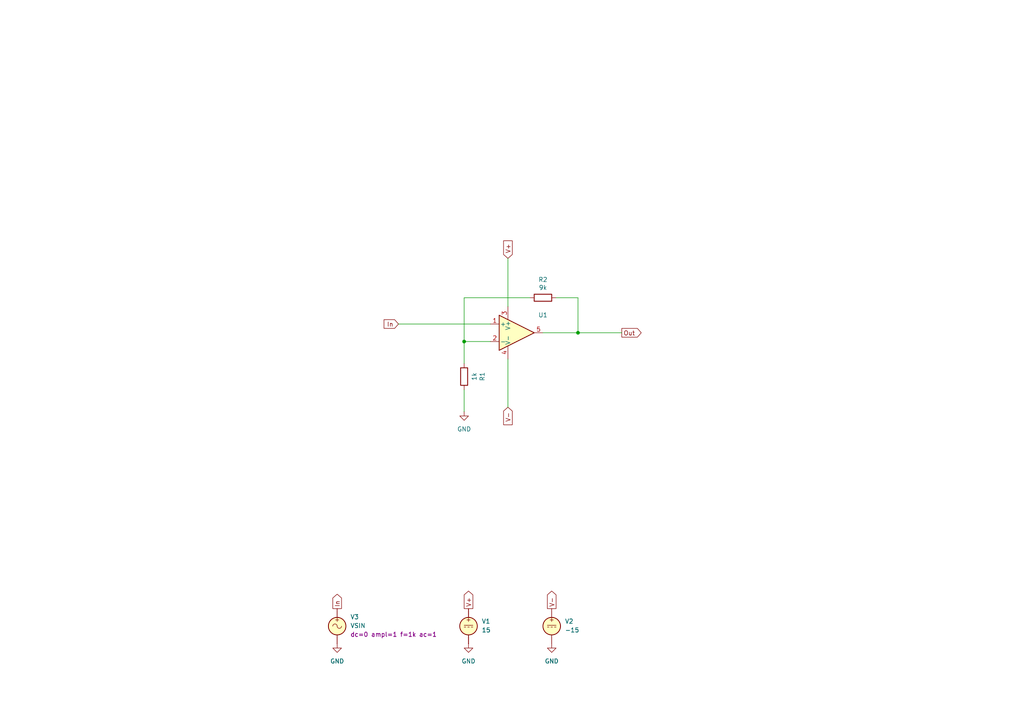
<source format=kicad_sch>
(kicad_sch (version 20250114) (generator "eeschema") (generator_version "9.0")
  (paper "A4")
  (title_block (title "OPamp, noninverting") (date "2025-09-13") (company "GitHub/OJStuff"))
  (lib_symbols
    (symbol "Device:R" (pin_numbers (hide yes)) (pin_names (offset 0))
      (property "Reference" "R" (at 2.032 0 90))
      (property "Value" "R" (at 0 0 90))
      (symbol "R_0_1"
        (rectangle (start -1.016 -2.54) (end 1.016 2.54) (stroke (width 0.254)))
      )
      (symbol "R_1_1"
        (pin passive line (at 0 3.81 270) (length 1.27) (name "~") (number "1"))
        (pin passive line (at 0 -3.81 90) (length 1.27) (name "~") (number "2"))
      )
    )
    (symbol "GND_1" (power) (pin_numbers (hide yes)) (pin_names (offset 0) (hide yes))
      (property "Value" "GND" (at 0 -3.81 0))
      (symbol "GND_1_0_1"
        (polyline (pts (xy 0 0) (xy 0 -1.27) (xy 1.27 -1.27) (xy 0 -2.54) (xy -1.27 -1.27) (xy 0 -1.27)))
      )
      (symbol "GND_1_1_1"
        (pin power_in line (at 0 0 270) (length 0) (name "~") (number "1"))
      )
    )
    (symbol "Simulation_SPICE:OPAMP" (pin_names (offset 0.254))
      (property "Reference" "U" (at 3.81 3.175 0))
      (property "Value" "${SIM.PARAMS}" (at 3.81 -3.175 0))
      (symbol "OPAMP_0_1"
        (polyline (pts (xy 5.08 0) (xy -5.08 5.08) (xy -5.08 -5.08) (xy 5.08 0)) (stroke (width 0.254)) (fill (type background)))
      )
      (symbol "OPAMP_1_1"
        (pin input line (at -7.62 2.54 0) (length 2.54) (name "+") (number "1"))
        (pin input line (at -7.62 -2.54 0) (length 2.54) (name "-") (number "2"))
        (pin power_in line (at -2.54 7.62 270) (length 3.81) (name "V+") (number "3"))
        (pin power_in line (at -2.54 -7.62 90) (length 3.81) (name "V-") (number "4"))
        (pin output line (at 7.62 0 180) (length 2.54) (name "~") (number "5"))
      )
    )
    (symbol "VDC_1" (pin_numbers (hide yes)) (pin_names (offset 0.0254))
      (property "Reference" "V" (at 2.54 2.54 0))
      (property "Value" "1" (at 2.54 0 0))
      (symbol "VDC_1_0_0"
        (polyline (pts (xy -1.27 0.254) (xy 1.27 0.254)))
        (polyline (pts (xy -0.762 -0.254) (xy -1.27 -0.254)))
        (polyline (pts (xy 0.254 -0.254) (xy -0.254 -0.254)))
        (polyline (pts (xy 1.27 -0.254) (xy 0.762 -0.254)))
        (text "+" (at 0 1.905 0) (effects (font (size 1.27 1.27))))
      )
      (symbol "VDC_1_0_1"
        (circle (center 0 0) (radius 2.54) (stroke (width 0.254)) (fill (type background)))
      )
      (symbol "VDC_1_1_1"
        (pin passive line (at 0 5.08 270) (length 2.54) (name "~") (number "1"))
        (pin passive line (at 0 -5.08 90) (length 2.54) (name "~") (number "2"))
      )
    )
    (symbol "VSIN_1" (pin_numbers (hide yes)) (pin_names (offset 0.0254))
      (property "Reference" "V" (at 2.54 2.54 0))
      (property "Value" "VSIN" (at 2.54 0 0))
      (property "Sim.Params" "dc=0 ampl=1 f=1k ac=1" (at 2.54 -2.54 0))
      (symbol "VSIN_1_0_0"
        (arc (start -1.27 0) (mid -0.635 0.6323) (end 0 0))
        (arc (start 1.27 0) (mid 0.635 -0.6323) (end 0 0))
        (text "+" (at 0 1.905 0) (effects (font (size 1.27 1.27))))
      )
      (symbol "VSIN_1_0_1"
        (circle (center 0 0) (radius 2.54) (stroke (width 0.254)) (fill (type background)))
      )
      (symbol "VSIN_1_1_1"
        (pin passive line (at 0 5.08 270) (length 2.54) (name "~") (number "1"))
        (pin passive line (at 0 -5.08 90) (length 2.54) (name "~") (number "2"))
      )
    )
  )
  (junction (at 167.64 96.52))
  (junction (at 134.62 99.06))
  (wire (pts (xy 180.34 96.52) (xy 167.64 96.52)))
  (wire (pts (xy 167.64 86.36) (xy 167.64 96.52)))
  (wire (pts (xy 134.62 86.36) (xy 153.67 86.36)))
  (wire (pts (xy 167.64 96.52) (xy 157.48 96.52)))
  (wire (pts (xy 115.57 93.98) (xy 142.24 93.98)))
  (wire (pts (xy 134.62 113.03) (xy 134.62 119.38)))
  (wire (pts (xy 134.62 99.06) (xy 142.24 99.06)))
  (wire (pts (xy 134.62 99.06) (xy 134.62 86.36)))
  (wire (pts (xy 161.29 86.36) (xy 167.64 86.36)))
  (wire (pts (xy 134.62 105.41) (xy 134.62 99.06)))
  (wire (pts (xy 147.32 74.93) (xy 147.32 88.9)))
  (wire (pts (xy 147.32 118.11) (xy 147.32 104.14)))
  (global_label "In" (shape output) (at 97.79 176.53 90) (property "Intersheetrefs" "${INTERSHEET_REFS}" (effects (hide yes))))
  (global_label "V-" (shape output) (at 160.02 176.53 90) (property "Intersheetrefs" "${INTERSHEET_REFS}" (effects (hide yes))))
  (global_label "V-" (shape input) (at 147.32 118.11 270) (property "Intersheetrefs" "${INTERSHEET_REFS}" (effects (hide yes))))
  (global_label "In" (shape input) (at 115.57 93.98 180) (property "Intersheetrefs" "${INTERSHEET_REFS}" (effects (hide yes))))
  (global_label "Out" (shape output) (at 180.34 96.52 0) (property "Intersheetrefs" "${INTERSHEET_REFS}" (effects (hide yes))))
  (global_label "V+" (shape output) (at 135.89 176.53 90) (property "Intersheetrefs" "${INTERSHEET_REFS}" (effects (hide yes))))
  (global_label "V+" (shape input) (at 147.32 74.93 90) (property "Intersheetrefs" "${INTERSHEET_REFS}" (effects (hide yes))))
  (symbol (lib_name "GND_1") (lib_id "power:GND") (at 135.89 186.69 0) (unit 1)
    (property "Reference" "#PWR03" (effects (hide yes)))
    (property "Value" "GND" (at 135.89 191.77 0))
    (property "Description" "Power symbol creates a global label with name \"GND\" , ground" (effects (hide yes)))
  )
  (symbol (lib_name "GND_1") (lib_id "power:GND") (at 160.02 186.69 0) (unit 1)
    (property "Reference" "#PWR04" (effects (hide yes)))
    (property "Value" "GND" (at 160.02 191.77 0))
    (property "Description" "Power symbol creates a global label with name \"GND\" , ground" (effects (hide yes)))
  )
  (symbol (lib_name "GND_1") (lib_id "power:GND") (at 97.79 186.69 0) (unit 1)
    (property "Reference" "#PWR02" (effects (hide yes)))
    (property "Value" "GND" (at 97.79 191.77 0))
    (property "Description" "Power symbol creates a global label with name \"GND\" , ground" (effects (hide yes)))
  )
  (symbol (lib_name "GND_1") (lib_id "power:GND") (at 134.62 119.38 0) (unit 1)
    (property "Reference" "#PWR01" (effects (hide yes)))
    (property "Value" "GND" (at 134.62 124.46 0))
    (property "Description" "Power symbol creates a global label with name \"GND\" , ground" (effects (hide yes)))
  )
  (symbol (lib_name "VDC_1") (lib_id "Simulation_SPICE:VDC") (at 135.89 181.61 0) (unit 1)
    (property "Reference" "V1" (at 139.7 180.2101 0) (effects (justify left)))
    (property "Value" "15" (at 139.7 182.7501 0) (effects (justify left)))
    (property "Datasheet" "https://ngspice.sourceforge.io/docs/ngspice-html-manual/manual.xhtml#sec_Independent_Sources_for" (effects (hide yes)))
    (property "Description" "Voltage source, DC" (effects (hide yes)))
    (property "Sim.Pins" "1=+ 2=-" (effects (hide yes)))
    (property "Sim.Type" "DC" (effects (hide yes)))
    (property "Sim.Device" "V" (effects (hide yes)))
  )
  (symbol (lib_name "VSIN_1") (lib_id "Simulation_SPICE:VSIN") (at 97.79 181.61 0) (unit 1)
    (property "Reference" "V3" (at 101.6 178.9401 0) (effects (justify left)))
    (property "Value" "VSIN" (at 101.6 181.4801 0) (effects (justify left)))
    (property "Datasheet" "https://ngspice.sourceforge.io/docs/ngspice-html-manual/manual.xhtml#sec_Independent_Sources_for" (effects (hide yes)))
    (property "Description" "Voltage source, sinusoidal" (effects (hide yes)))
    (property "Sim.Pins" "1=+ 2=-" (effects (hide yes)))
    (property "Sim.Params" "dc=0 ampl=1 f=1k ac=1" (at 101.6 184.0201 0) (effects (justify left)))
    (property "Sim.Type" "SIN" (effects (hide yes)))
    (property "Sim.Device" "V" (effects (hide yes)))
  )
  (symbol (lib_id "Device:R") (at 134.62 109.22 180) (unit 1)
    (property "Reference" "R1" (at 139.8778 109.22 90))
    (property "Value" "1k" (at 137.5664 109.22 90))
  )
  (symbol (lib_name "VDC_1") (lib_id "Simulation_SPICE:VDC") (at 160.02 181.61 0) (unit 1)
    (property "Reference" "V2" (at 163.83 180.2101 0) (effects (justify left)))
    (property "Value" "-15" (at 163.83 182.7501 0) (effects (justify left)))
    (property "Datasheet" "https://ngspice.sourceforge.io/docs/ngspice-html-manual/manual.xhtml#sec_Independent_Sources_for" (effects (hide yes)))
    (property "Description" "Voltage source, DC" (effects (hide yes)))
    (property "Sim.Pins" "1=+ 2=-" (effects (hide yes)))
    (property "Sim.Type" "DC" (effects (hide yes)))
    (property "Sim.Device" "V" (effects (hide yes)))
  )
  (symbol (lib_id "Simulation_SPICE:OPAMP") (at 149.86 96.52 0) (unit 1)
    (property "Reference" "U1" (at 157.48 91.3698 0))
    (property "Value" "${SIM.PARAMS}" (at 157.48 93.2749 0))
    (property "Datasheet" "https://ngspice.sourceforge.io/docs/ngspice-html-manual/manual.xhtml#sec__SUBCKT_Subcircuits" (effects (hide yes)))
    (property "Description" "Operational amplifier, single" (effects (hide yes)))
    (property "Sim.Pins" "1=in+ 2=in- 3=vcc 4=vee 5=out" (effects (hide yes)))
    (property "Sim.Device" "SUBCKT" (effects (hide yes)))
    (property "Sim.Library" "${KICAD9_SYMBOL_DIR}/Simulation_SPICE.sp" (effects (hide yes)))
    (property "Sim.Name" "kicad_builtin_opamp" (effects (hide yes)))
  )
  (symbol (lib_id "Device:R") (at 157.48 86.36 270) (unit 1)
    (property "Reference" "R2" (at 157.48 81.1022 90))
    (property "Value" "9k" (at 157.48 83.4136 90))
  )
)
</source>
